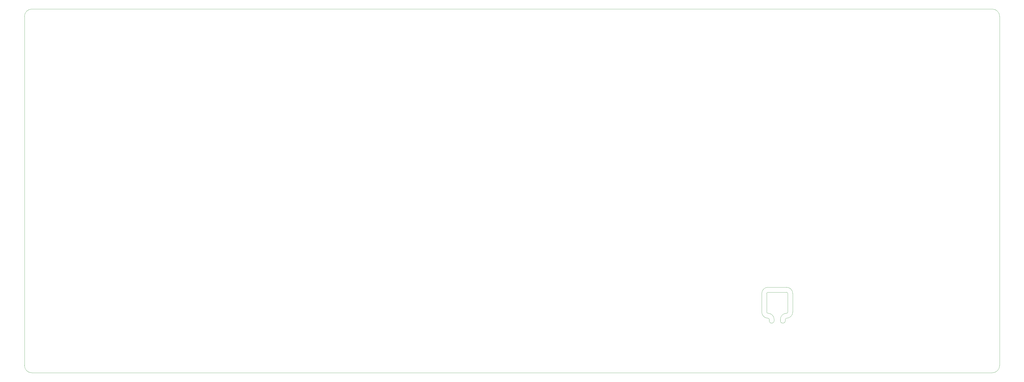
<source format=gbr>
G04 #@! TF.GenerationSoftware,KiCad,Pcbnew,(6.0.11)*
G04 #@! TF.CreationDate,2023-03-19T22:58:01-04:00*
G04 #@! TF.ProjectId,Boston-PCB-V08D,426f7374-6f6e-42d5-9043-422d56303844,rev?*
G04 #@! TF.SameCoordinates,Original*
G04 #@! TF.FileFunction,Profile,NP*
%FSLAX46Y46*%
G04 Gerber Fmt 4.6, Leading zero omitted, Abs format (unit mm)*
G04 Created by KiCad (PCBNEW (6.0.11)) date 2023-03-19 22:58:01*
%MOMM*%
%LPD*%
G01*
G04 APERTURE LIST*
G04 #@! TA.AperFunction,Profile*
%ADD10C,0.050000*%
G04 #@! TD*
G04 APERTURE END LIST*
D10*
X448475000Y-31000000D02*
G75*
G03*
X445475000Y-28000000I-3000000J0D01*
G01*
X362000000Y-153425000D02*
X362000000Y-153925000D01*
X360000000Y-153425000D02*
X360000000Y-153925000D01*
X355500000Y-153925000D02*
G75*
G03*
X357500000Y-153925000I1000000J0D01*
G01*
X355000000Y-142425000D02*
G75*
G03*
X354500000Y-142925000I0J-500000D01*
G01*
X55000000Y-31000000D02*
X55000000Y-172000000D01*
X354500000Y-150425000D02*
G75*
G03*
X355000000Y-150925000I500000J0D01*
G01*
X357500000Y-153925000D02*
X357500000Y-153425000D01*
X354500000Y-150425000D02*
X354500000Y-142925000D01*
X355500000Y-153925000D02*
X355500000Y-153425000D01*
X241737000Y-28000000D02*
X261737000Y-28000000D01*
X355000000Y-142425000D02*
X362500000Y-142425000D01*
X448475000Y-31000000D02*
X448475000Y-172000000D01*
X365000000Y-142925000D02*
X365000000Y-150425000D01*
X362500000Y-150925000D02*
G75*
G03*
X363000000Y-150425000I0J500000D01*
G01*
X55000000Y-172000000D02*
G75*
G03*
X58000000Y-175000000I3000000J0D01*
G01*
X360000000Y-153925000D02*
G75*
G03*
X362000000Y-153925000I1000000J0D01*
G01*
X362500000Y-152925000D02*
G75*
G03*
X365000000Y-150425000I0J2500000D01*
G01*
X362500000Y-140425000D02*
X355000000Y-140425000D01*
X355500000Y-153425000D02*
G75*
G03*
X355000000Y-152925000I-500000J0D01*
G01*
X362500000Y-150925000D02*
G75*
G03*
X360000000Y-153425000I0J-2500000D01*
G01*
X445475000Y-175000000D02*
G75*
G03*
X448475000Y-172000000I0J3000000D01*
G01*
X363000000Y-142925000D02*
G75*
G03*
X362500000Y-142425000I-500000J0D01*
G01*
X241737000Y-28000000D02*
X58000000Y-28000000D01*
X363000000Y-142925000D02*
X363000000Y-150425000D01*
X58000000Y-28000000D02*
G75*
G03*
X55000000Y-31000000I0J-3000000D01*
G01*
X362500000Y-152925000D02*
G75*
G03*
X362000000Y-153425000I0J-500000D01*
G01*
X445475000Y-175000000D02*
X58000000Y-175000000D01*
X355000000Y-140425000D02*
G75*
G03*
X352500000Y-142925000I0J-2500000D01*
G01*
X357500000Y-153425000D02*
G75*
G03*
X355000000Y-150925000I-2500000J0D01*
G01*
X352500000Y-142925000D02*
X352500000Y-150425000D01*
X365000000Y-142925000D02*
G75*
G03*
X362500000Y-140425000I-2500000J0D01*
G01*
X352500000Y-150425000D02*
G75*
G03*
X355000000Y-152925000I2500000J0D01*
G01*
X261737000Y-28000000D02*
X445475000Y-28000000D01*
M02*

</source>
